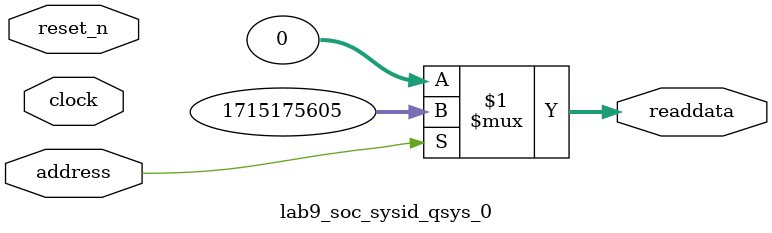
<source format=v>



// synthesis translate_off
`timescale 1ns / 1ps
// synthesis translate_on

// turn off superfluous verilog processor warnings 
// altera message_level Level1 
// altera message_off 10034 10035 10036 10037 10230 10240 10030 

module lab9_soc_sysid_qsys_0 (
               // inputs:
                address,
                clock,
                reset_n,

               // outputs:
                readdata
             )
;

  output  [ 31: 0] readdata;
  input            address;
  input            clock;
  input            reset_n;

  wire    [ 31: 0] readdata;
  //control_slave, which is an e_avalon_slave
  assign readdata = address ? 1715175605 : 0;

endmodule



</source>
